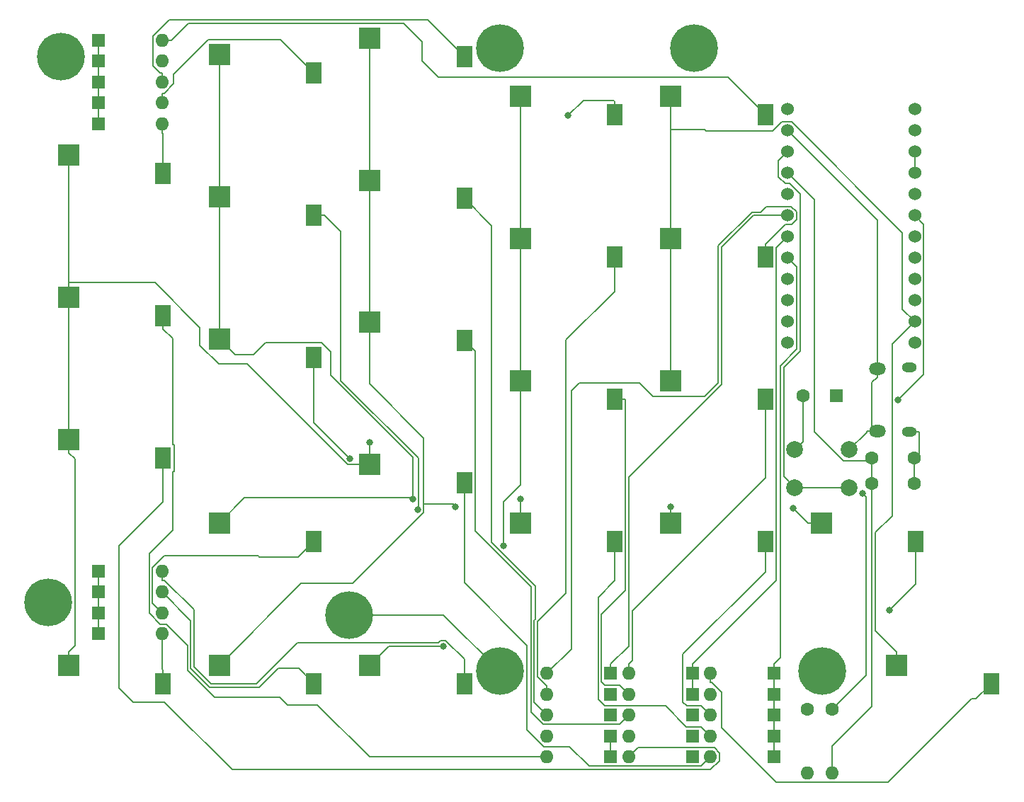
<source format=gbl>
%TF.GenerationSoftware,KiCad,Pcbnew,(5.99.0-12766-g4a3658027e)*%
%TF.CreationDate,2021-12-04T14:11:10+09:00*%
%TF.ProjectId,left,6c656674-2e6b-4696-9361-645f70636258,rev?*%
%TF.SameCoordinates,Original*%
%TF.FileFunction,Copper,L2,Bot*%
%TF.FilePolarity,Positive*%
%FSLAX46Y46*%
G04 Gerber Fmt 4.6, Leading zero omitted, Abs format (unit mm)*
G04 Created by KiCad (PCBNEW (5.99.0-12766-g4a3658027e)) date 2021-12-04 14:11:10*
%MOMM*%
%LPD*%
G01*
G04 APERTURE LIST*
%TA.AperFunction,ComponentPad*%
%ADD10R,1.600000X1.600000*%
%TD*%
%TA.AperFunction,ComponentPad*%
%ADD11O,1.600000X1.600000*%
%TD*%
%TA.AperFunction,SMDPad,CuDef*%
%ADD12R,2.600000X2.600000*%
%TD*%
%TA.AperFunction,SMDPad,CuDef*%
%ADD13R,1.950000X2.600000*%
%TD*%
%TA.AperFunction,ComponentPad*%
%ADD14C,1.600000*%
%TD*%
%TA.AperFunction,ComponentPad*%
%ADD15C,2.000000*%
%TD*%
%TA.AperFunction,ComponentPad*%
%ADD16C,1.524000*%
%TD*%
%TA.AperFunction,ComponentPad*%
%ADD17C,5.700000*%
%TD*%
%TA.AperFunction,ComponentPad*%
%ADD18O,1.800000X1.150000*%
%TD*%
%TA.AperFunction,ComponentPad*%
%ADD19O,2.000000X1.450000*%
%TD*%
%TA.AperFunction,ViaPad*%
%ADD20C,0.800000*%
%TD*%
%TA.AperFunction,Conductor*%
%ADD21C,0.200000*%
%TD*%
G04 APERTURE END LIST*
D10*
%TO.P,D21,1,K*%
%TO.N,/lrow1*%
X86500000Y-96750000D03*
D11*
%TO.P,D21,2,A*%
%TO.N,Net-(D21-Pad2)*%
X78880000Y-96750000D03*
%TD*%
D10*
%TO.P,D13,1,K*%
%TO.N,/lrow2*%
X96250000Y-101750000D03*
D11*
%TO.P,D13,2,A*%
%TO.N,Net-(D13-Pad2)*%
X88630000Y-101750000D03*
%TD*%
D12*
%TO.P,SW21,1,1*%
%TO.N,/lcol4*%
X93700000Y-44750000D03*
D13*
%TO.P,SW21,2,2*%
%TO.N,Net-(D21-Pad2)*%
X105000000Y-46950000D03*
%TD*%
D14*
%TO.P,R1,1*%
%TO.N,/lSCL*%
X110000000Y-101000000D03*
D11*
%TO.P,R1,2*%
%TO.N,+5V*%
X110000000Y-108620000D03*
%TD*%
D12*
%TO.P,SW18,1,1*%
%TO.N,/lcol3*%
X75700000Y-61750000D03*
D13*
%TO.P,SW18,2,2*%
%TO.N,Net-(D18-Pad2)*%
X87000000Y-63950000D03*
%TD*%
D15*
%TO.P,SW47,1,1*%
%TO.N,/lRST*%
X115000000Y-74500000D03*
X108500000Y-74500000D03*
%TO.P,SW47,2,2*%
%TO.N,GND*%
X108500000Y-70000000D03*
X115000000Y-70000000D03*
%TD*%
D10*
%TO.P,D4,1,K*%
%TO.N,/lrow3*%
X106000000Y-106750000D03*
D11*
%TO.P,D4,2,A*%
%TO.N,Net-(D4-Pad2)*%
X98380000Y-106750000D03*
%TD*%
D12*
%TO.P,SW8,1,1*%
%TO.N,/lcol1*%
X39700000Y-56750000D03*
D13*
%TO.P,SW8,2,2*%
%TO.N,Net-(D8-Pad2)*%
X51000000Y-58950000D03*
%TD*%
D12*
%TO.P,SW14,1,1*%
%TO.N,/lcol2*%
X93700000Y-78750000D03*
D13*
%TO.P,SW14,2,2*%
%TO.N,Net-(D14-Pad2)*%
X105000000Y-80950000D03*
%TD*%
D12*
%TO.P,SW9,1,1*%
%TO.N,/lcol1*%
X75700000Y-78750000D03*
D13*
%TO.P,SW9,2,2*%
%TO.N,Net-(D9-Pad2)*%
X87000000Y-80950000D03*
%TD*%
D12*
%TO.P,SW11,1,1*%
%TO.N,/lcol2*%
X57700000Y-20750000D03*
D13*
%TO.P,SW11,2,2*%
%TO.N,Net-(D11-Pad2)*%
X69000000Y-22950000D03*
%TD*%
D10*
%TO.P,D8,1,K*%
%TO.N,/lrow2*%
X96250000Y-104250000D03*
D11*
%TO.P,D8,2,A*%
%TO.N,Net-(D8-Pad2)*%
X88630000Y-104250000D03*
%TD*%
D12*
%TO.P,SW19,1,1*%
%TO.N,/lcol3*%
X111700000Y-78750000D03*
D13*
%TO.P,SW19,2,2*%
%TO.N,Net-(D19-Pad2)*%
X123000000Y-80950000D03*
%TD*%
D12*
%TO.P,SW17,1,1*%
%TO.N,/lcol3*%
X75700000Y-44750000D03*
D13*
%TO.P,SW17,2,2*%
%TO.N,Net-(D17-Pad2)*%
X87000000Y-46950000D03*
%TD*%
D10*
%TO.P,D6,1,K*%
%TO.N,/lrow0*%
X25250000Y-28500000D03*
D11*
%TO.P,D6,2,A*%
%TO.N,Net-(D6-Pad2)*%
X32870000Y-28500000D03*
%TD*%
D12*
%TO.P,SW5,1,1*%
%TO.N,/lcol0*%
X21700000Y-95750000D03*
D13*
%TO.P,SW5,2,2*%
%TO.N,Net-(D5-Pad2)*%
X33000000Y-97950000D03*
%TD*%
D12*
%TO.P,SW4,1,1*%
%TO.N,/lcol0*%
X57700000Y-71750000D03*
D13*
%TO.P,SW4,2,2*%
%TO.N,Net-(D4-Pad2)*%
X69000000Y-73950000D03*
%TD*%
D12*
%TO.P,SW15,1,1*%
%TO.N,/lcol2*%
X39700000Y-95750000D03*
D13*
%TO.P,SW15,2,2*%
%TO.N,Net-(D15-Pad2)*%
X51000000Y-97950000D03*
%TD*%
D10*
%TO.P,D23,1,K*%
%TO.N,/lrow3*%
X106000000Y-96750000D03*
D11*
%TO.P,D23,2,A*%
%TO.N,Net-(D23-Pad2)*%
X98380000Y-96750000D03*
%TD*%
D10*
%TO.P,D2,1,K*%
%TO.N,/lrow1*%
X86500000Y-106750000D03*
D11*
%TO.P,D2,2,A*%
%TO.N,Net-(D2-Pad2)*%
X78880000Y-106750000D03*
%TD*%
D10*
%TO.P,D3,1,K*%
%TO.N,/lrow2*%
X96250000Y-106750000D03*
D11*
%TO.P,D3,2,A*%
%TO.N,Net-(D3-Pad2)*%
X88630000Y-106750000D03*
%TD*%
D10*
%TO.P,D10,1,K*%
%TO.N,/lrow4*%
X25250000Y-89500000D03*
D11*
%TO.P,D10,2,A*%
%TO.N,Net-(D10-Pad2)*%
X32870000Y-89500000D03*
%TD*%
D12*
%TO.P,SW12,1,1*%
%TO.N,/lcol2*%
X57700000Y-37750000D03*
D13*
%TO.P,SW12,2,2*%
%TO.N,Net-(D12-Pad2)*%
X69000000Y-39950000D03*
%TD*%
D10*
%TO.P,D5,1,K*%
%TO.N,/lrow4*%
X25250000Y-92000000D03*
D11*
%TO.P,D5,2,A*%
%TO.N,Net-(D5-Pad2)*%
X32870000Y-92000000D03*
%TD*%
D12*
%TO.P,SW6,1,1*%
%TO.N,/lcol1*%
X39700000Y-22750000D03*
D13*
%TO.P,SW6,2,2*%
%TO.N,Net-(D6-Pad2)*%
X51000000Y-24950000D03*
%TD*%
D10*
%TO.P,D12,1,K*%
%TO.N,/lrow1*%
X86500000Y-101750000D03*
D11*
%TO.P,D12,2,A*%
%TO.N,Net-(D12-Pad2)*%
X78880000Y-101750000D03*
%TD*%
D10*
%TO.P,D20,1,K*%
%TO.N,/lrow0*%
X25250000Y-21000000D03*
D11*
%TO.P,D20,2,A*%
%TO.N,Net-(D20-Pad2)*%
X32870000Y-21000000D03*
%TD*%
D14*
%TO.P,R2,1*%
%TO.N,/lSDA*%
X113000000Y-101000000D03*
D11*
%TO.P,R2,2*%
%TO.N,+5V*%
X113000000Y-108620000D03*
%TD*%
D10*
%TO.P,D9,1,K*%
%TO.N,/lrow3*%
X106000000Y-104250000D03*
D11*
%TO.P,D9,2,A*%
%TO.N,Net-(D9-Pad2)*%
X98380000Y-104250000D03*
%TD*%
D10*
%TO.P,D18,1,K*%
%TO.N,/lrow2*%
X96250000Y-99250000D03*
D11*
%TO.P,D18,2,A*%
%TO.N,Net-(D18-Pad2)*%
X88630000Y-99250000D03*
%TD*%
D10*
%TO.P,D17,1,K*%
%TO.N,/lrow1*%
X86500000Y-99250000D03*
D11*
%TO.P,D17,2,A*%
%TO.N,Net-(D17-Pad2)*%
X78880000Y-99250000D03*
%TD*%
D10*
%TO.P,D15,1,K*%
%TO.N,/lrow4*%
X25250000Y-87000000D03*
D11*
%TO.P,D15,2,A*%
%TO.N,Net-(D15-Pad2)*%
X32870000Y-87000000D03*
%TD*%
D16*
%TO.P,U1,1,TX0/D3*%
%TO.N,/lLED*%
X122861400Y-29272000D03*
%TO.P,U1,2,RX1/D2*%
%TO.N,unconnected-(U1-Pad2)*%
X122861400Y-31812000D03*
%TO.P,U1,3,GND*%
%TO.N,GND*%
X122861400Y-34352000D03*
%TO.P,U1,4,GND*%
X122861400Y-36892000D03*
%TO.P,U1,5,2/D1/SDA*%
%TO.N,/lSDA*%
X122861400Y-39432000D03*
%TO.P,U1,6,3/D0/SCL*%
%TO.N,/lSCL*%
X122861400Y-41972000D03*
%TO.P,U1,7,4/D4*%
%TO.N,/lcol0*%
X122861400Y-44512000D03*
%TO.P,U1,8,5/C6*%
%TO.N,/lcol1*%
X122861400Y-47052000D03*
%TO.P,U1,9,6/D7*%
%TO.N,/lcol2*%
X122861400Y-49592000D03*
%TO.P,U1,10,7/E6*%
%TO.N,/lcol3*%
X122861400Y-52132000D03*
%TO.P,U1,11,8/B4*%
%TO.N,/lcol4*%
X122861400Y-54672000D03*
%TO.P,U1,12,9/B5*%
%TO.N,/lbuzzer*%
X122861400Y-57212000D03*
%TO.P,U1,13,B6/10*%
%TO.N,unconnected-(U1-Pad13)*%
X107641400Y-57212000D03*
%TO.P,U1,14,B2/16*%
%TO.N,unconnected-(U1-Pad14)*%
X107641400Y-54672000D03*
%TO.P,U1,15,B3/14*%
%TO.N,unconnected-(U1-Pad15)*%
X107641400Y-52132000D03*
%TO.P,U1,16,B1/15*%
%TO.N,/lrow4*%
X107641400Y-49592000D03*
%TO.P,U1,17,F7/A0*%
%TO.N,/lrow3*%
X107641400Y-47052000D03*
%TO.P,U1,18,F6/A1*%
%TO.N,/lrow2*%
X107641400Y-44512000D03*
%TO.P,U1,19,F5/A2*%
%TO.N,/lrow1*%
X107641400Y-41972000D03*
%TO.P,U1,20,F4/A3*%
%TO.N,/lrow0*%
X107641400Y-39432000D03*
%TO.P,U1,21,VCC*%
%TO.N,+5V*%
X107641400Y-36892000D03*
%TO.P,U1,22,RST*%
%TO.N,/lRST*%
X107641400Y-34352000D03*
%TO.P,U1,23,GND*%
%TO.N,GND*%
X107641400Y-31812000D03*
%TO.P,U1,24,RAW*%
%TO.N,unconnected-(U1-Pad24)*%
X107641400Y-29272000D03*
%TD*%
D12*
%TO.P,SW23,1,1*%
%TO.N,/lcol4*%
X120700000Y-95750000D03*
D13*
%TO.P,SW23,2,2*%
%TO.N,Net-(D23-Pad2)*%
X132000000Y-97950000D03*
%TD*%
D12*
%TO.P,SW13,1,1*%
%TO.N,/lcol2*%
X57700000Y-54750000D03*
D13*
%TO.P,SW13,2,2*%
%TO.N,Net-(D13-Pad2)*%
X69000000Y-56950000D03*
%TD*%
D12*
%TO.P,SW7,1,1*%
%TO.N,/lcol1*%
X39700000Y-39750000D03*
D13*
%TO.P,SW7,2,2*%
%TO.N,Net-(D7-Pad2)*%
X51000000Y-41950000D03*
%TD*%
D12*
%TO.P,SW20,1,1*%
%TO.N,/lcol4*%
X93700000Y-27750000D03*
D13*
%TO.P,SW20,2,2*%
%TO.N,Net-(D20-Pad2)*%
X105000000Y-29950000D03*
%TD*%
D10*
%TO.P,D22,1,K*%
%TO.N,/lrow2*%
X96250000Y-96750000D03*
D11*
%TO.P,D22,2,A*%
%TO.N,Net-(D22-Pad2)*%
X88630000Y-96750000D03*
%TD*%
D12*
%TO.P,SW1,1,1*%
%TO.N,/lcol0*%
X21700000Y-34750000D03*
D13*
%TO.P,SW1,2,2*%
%TO.N,Net-(D1-Pad2)*%
X33000000Y-36950000D03*
%TD*%
D10*
%TO.P,D14,1,K*%
%TO.N,/lrow3*%
X106000000Y-101750000D03*
D11*
%TO.P,D14,2,A*%
%TO.N,Net-(D14-Pad2)*%
X98380000Y-101750000D03*
%TD*%
D12*
%TO.P,SW2,1,1*%
%TO.N,/lcol0*%
X21700000Y-51750000D03*
D13*
%TO.P,SW2,2,2*%
%TO.N,Net-(D2-Pad2)*%
X33000000Y-53950000D03*
%TD*%
D10*
%TO.P,D11,1,K*%
%TO.N,/lrow0*%
X25250000Y-26000000D03*
D11*
%TO.P,D11,2,A*%
%TO.N,Net-(D11-Pad2)*%
X32870000Y-26000000D03*
%TD*%
D12*
%TO.P,SW16,1,1*%
%TO.N,/lcol3*%
X75700000Y-27750000D03*
D13*
%TO.P,SW16,2,2*%
%TO.N,Net-(D16-Pad2)*%
X87000000Y-29950000D03*
%TD*%
D10*
%TO.P,D7,1,K*%
%TO.N,/lrow1*%
X86500000Y-104250000D03*
D11*
%TO.P,D7,2,A*%
%TO.N,Net-(D7-Pad2)*%
X78880000Y-104250000D03*
%TD*%
D10*
%TO.P,D1,1,K*%
%TO.N,/lrow0*%
X25250000Y-31000000D03*
D11*
%TO.P,D1,2,A*%
%TO.N,Net-(D1-Pad2)*%
X32870000Y-31000000D03*
%TD*%
D12*
%TO.P,SW22,1,1*%
%TO.N,/lcol4*%
X93700000Y-61750000D03*
D13*
%TO.P,SW22,2,2*%
%TO.N,Net-(D22-Pad2)*%
X105000000Y-63950000D03*
%TD*%
D10*
%TO.P,D16,1,K*%
%TO.N,/lrow0*%
X25250000Y-23500000D03*
D11*
%TO.P,D16,2,A*%
%TO.N,Net-(D16-Pad2)*%
X32870000Y-23500000D03*
%TD*%
D12*
%TO.P,SW3,1,1*%
%TO.N,/lcol0*%
X21700000Y-68750000D03*
D13*
%TO.P,SW3,2,2*%
%TO.N,Net-(D3-Pad2)*%
X33000000Y-70950000D03*
%TD*%
D10*
%TO.P,D19,1,K*%
%TO.N,/lrow3*%
X106000000Y-99250000D03*
D11*
%TO.P,D19,2,A*%
%TO.N,Net-(D19-Pad2)*%
X98380000Y-99250000D03*
%TD*%
D12*
%TO.P,SW10,1,1*%
%TO.N,/lcol1*%
X39700000Y-78750000D03*
D13*
%TO.P,SW10,2,2*%
%TO.N,Net-(D10-Pad2)*%
X51000000Y-80950000D03*
%TD*%
D17*
%TO.P,H4,1,1*%
%TO.N,GND*%
X96500000Y-22000000D03*
%TD*%
D18*
%TO.P,J1,6,Shield*%
%TO.N,GND*%
X122200000Y-67875000D03*
D19*
X118400000Y-60275000D03*
X118400000Y-67725000D03*
D18*
X122200000Y-60125000D03*
%TD*%
D12*
%TO.P,SW49,1,1*%
%TO.N,/lcol3*%
X57700000Y-95750000D03*
D13*
%TO.P,SW49,2,2*%
%TO.N,Net-(D47-Pad2)*%
X69000000Y-97950000D03*
%TD*%
D17*
%TO.P,H2,1,1*%
%TO.N,GND*%
X19250000Y-88250000D03*
%TD*%
%TO.P,H1,1,1*%
%TO.N,GND*%
X55250000Y-89750000D03*
%TD*%
D10*
%TO.P,D47,1,K*%
%TO.N,/lrow4*%
X25250000Y-84500000D03*
D11*
%TO.P,D47,2,A*%
%TO.N,Net-(D47-Pad2)*%
X32870000Y-84500000D03*
%TD*%
D17*
%TO.P,H8,1,1*%
%TO.N,GND*%
X20750000Y-23000000D03*
%TD*%
D10*
%TO.P,BZ1,1,-*%
%TO.N,/lbuzzer*%
X113500000Y-63500000D03*
D14*
%TO.P,BZ1,2,+*%
%TO.N,GND*%
X109500000Y-63500000D03*
%TD*%
D17*
%TO.P,H6,1,1*%
%TO.N,GND*%
X111750000Y-96500000D03*
%TD*%
%TO.P,H5,1,1*%
%TO.N,GND*%
X73250000Y-22000000D03*
%TD*%
%TO.P,H7,1,1*%
%TO.N,GND*%
X73250000Y-96500000D03*
%TD*%
D14*
%TO.P,C1,1*%
%TO.N,+5V*%
X117750000Y-71000000D03*
%TO.P,C1,2*%
%TO.N,GND*%
X122750000Y-71000000D03*
%TD*%
%TO.P,C2,1*%
%TO.N,+5V*%
X117750000Y-74000000D03*
%TO.P,C2,2*%
%TO.N,GND*%
X122750000Y-74000000D03*
%TD*%
D20*
%TO.N,Net-(D7-Pad2)*%
X63451400Y-77178900D03*
%TO.N,Net-(D8-Pad2)*%
X55318000Y-71034800D03*
%TO.N,Net-(D16-Pad2)*%
X81403300Y-30026700D03*
%TO.N,Net-(D19-Pad2)*%
X119815700Y-89220600D03*
%TO.N,/lSDA*%
X116600100Y-75180400D03*
%TO.N,/lSCL*%
X120873400Y-64000000D03*
%TO.N,/lcol0*%
X57700000Y-69088400D03*
%TO.N,/lcol1*%
X75700000Y-75850800D03*
X62824100Y-75850800D03*
%TO.N,/lcol2*%
X67962800Y-76823600D03*
X93700000Y-76823600D03*
%TO.N,/lcol3*%
X73667500Y-81511600D03*
X108334500Y-76984800D03*
X66477400Y-93525000D03*
%TD*%
D21*
%TO.N,GND*%
X122750000Y-71000000D02*
X123400300Y-70349700D01*
X117099700Y-67725000D02*
X117099700Y-67900300D01*
X122750000Y-74000000D02*
X122750000Y-71000000D01*
X66500000Y-89750000D02*
X73250000Y-96500000D01*
X109500000Y-63500000D02*
X109500000Y-69000000D01*
X117749900Y-61950400D02*
X118400000Y-61300300D01*
X118400000Y-42570600D02*
X107641400Y-31812000D01*
X122200000Y-67875000D02*
X123400300Y-67875000D01*
X118400000Y-60275000D02*
X118400000Y-42570600D01*
X122861400Y-36892000D02*
X122861400Y-34352000D01*
X123400300Y-70349700D02*
X123400300Y-67875000D01*
X118400000Y-67725000D02*
X117749900Y-67725000D01*
X109500000Y-69000000D02*
X108500000Y-70000000D01*
X117749900Y-67725000D02*
X117749900Y-61950400D01*
X117749900Y-67725000D02*
X117099700Y-67725000D01*
X117099700Y-67900300D02*
X115000000Y-70000000D01*
X118400000Y-60275000D02*
X118400000Y-61300300D01*
X55250000Y-89750000D02*
X66500000Y-89750000D01*
%TO.N,+5V*%
X113000000Y-108620000D02*
X113000000Y-105411800D01*
X114312500Y-71312500D02*
X110847500Y-67847500D01*
X113000000Y-105411800D02*
X117750000Y-100661800D01*
X117750000Y-71312500D02*
X117750000Y-71000000D01*
X117750000Y-100661800D02*
X117750000Y-74000000D01*
X110847500Y-40098100D02*
X107641400Y-36892000D01*
X117750000Y-74000000D02*
X117750000Y-71312500D01*
X117750000Y-71312500D02*
X114312500Y-71312500D01*
X110847500Y-67847500D02*
X110847500Y-40098100D01*
%TO.N,Net-(D1-Pad2)*%
X32870000Y-32100300D02*
X33000000Y-32230300D01*
X33000000Y-32230300D02*
X33000000Y-36950000D01*
X32870000Y-31000000D02*
X32870000Y-32100300D01*
%TO.N,/lrow1*%
X86500000Y-95649700D02*
X88675700Y-93474000D01*
X99750000Y-62162600D02*
X99750000Y-45750000D01*
X103528000Y-41972000D02*
X107641400Y-41972000D01*
X99750000Y-45750000D02*
X103528000Y-41972000D01*
X88675700Y-93474000D02*
X88675700Y-73236900D01*
X86500000Y-106750000D02*
X86500000Y-104250000D01*
X88675700Y-73236900D02*
X99750000Y-62162600D01*
X86500000Y-96750000D02*
X86500000Y-95649700D01*
%TO.N,Net-(D2-Pad2)*%
X51455000Y-100499600D02*
X57705400Y-106750000D01*
X34141800Y-72549511D02*
X34141800Y-79578000D01*
X32649900Y-90890800D02*
X33367400Y-90890800D01*
X33367400Y-90890800D02*
X35884479Y-93407879D01*
X31322300Y-89563200D02*
X32649900Y-90890800D01*
X35884479Y-96384479D02*
X39100100Y-99600100D01*
X46965200Y-99600100D02*
X47864700Y-100499600D01*
X34274511Y-72549511D02*
X34141800Y-72549511D01*
X57705400Y-106750000D02*
X78880000Y-106750000D01*
X35884479Y-93407879D02*
X35884479Y-96384479D01*
X31322300Y-82397500D02*
X31322300Y-89563200D01*
X34141800Y-56692100D02*
X34141800Y-69350489D01*
X34274511Y-69350489D02*
X34274511Y-72549511D01*
X33000000Y-55550300D02*
X34141800Y-56692100D01*
X47864700Y-100499600D02*
X51455000Y-100499600D01*
X33000000Y-53950000D02*
X33000000Y-55550300D01*
X34141800Y-79578000D02*
X31322300Y-82397500D01*
X34141800Y-69350489D02*
X34274511Y-69350489D01*
X39100100Y-99600100D02*
X46965200Y-99600100D01*
%TO.N,/lrow2*%
X106285600Y-45867800D02*
X107641400Y-44512000D01*
X106285600Y-85614100D02*
X106285600Y-45867800D01*
X96250000Y-95649700D02*
X106285600Y-85614100D01*
X96250000Y-96750000D02*
X96250000Y-95649700D01*
X96250000Y-99250000D02*
X96250000Y-96750000D01*
%TO.N,Net-(D3-Pad2)*%
X27750000Y-98500000D02*
X29400200Y-100150200D01*
X89730400Y-105649600D02*
X88630000Y-106750000D01*
X33000000Y-70950000D02*
X33000000Y-76227900D01*
X98899600Y-105649600D02*
X89730400Y-105649600D01*
X99498000Y-107221400D02*
X99498000Y-106248000D01*
X41290700Y-108276200D02*
X98443200Y-108276200D01*
X33164700Y-100150200D02*
X41290700Y-108276200D01*
X99498000Y-106248000D02*
X98899600Y-105649600D01*
X33000000Y-76227900D02*
X27750000Y-81477900D01*
X29400200Y-100150200D02*
X33164700Y-100150200D01*
X27750000Y-81477900D02*
X27750000Y-98500000D01*
X98443200Y-108276200D02*
X99498000Y-107221400D01*
%TO.N,/lrow3*%
X106000000Y-96750000D02*
X106000000Y-95649700D01*
X106000000Y-99250000D02*
X106000000Y-96750000D01*
X106000000Y-95649700D02*
X106785700Y-94864000D01*
X106000000Y-101750000D02*
X106000000Y-99250000D01*
X106000000Y-101750000D02*
X106000000Y-104250000D01*
X108738400Y-57981500D02*
X108738400Y-48149000D01*
X108738400Y-48149000D02*
X107641400Y-47052000D01*
X106785700Y-59934200D02*
X108738400Y-57981500D01*
X106785700Y-94864000D02*
X106785700Y-59934200D01*
X106000000Y-104250000D02*
X106000000Y-106750000D01*
%TO.N,Net-(D4-Pad2)*%
X78535700Y-105500000D02*
X81562600Y-105500000D01*
X76497000Y-93375500D02*
X76497000Y-103461300D01*
X69000000Y-85878500D02*
X76497000Y-93375500D01*
X76497000Y-103461300D02*
X78535700Y-105500000D01*
X69000000Y-73950000D02*
X69000000Y-85878500D01*
X83913000Y-107850400D02*
X97279600Y-107850400D01*
X97279600Y-107850400D02*
X98380000Y-106750000D01*
X81562600Y-105500000D02*
X83913000Y-107850400D01*
%TO.N,/lrow4*%
X25250000Y-89500000D02*
X25250000Y-92000000D01*
X25250000Y-87000000D02*
X25250000Y-89500000D01*
X25250000Y-84500000D02*
X25250000Y-87000000D01*
%TO.N,Net-(D5-Pad2)*%
X32870000Y-96219700D02*
X33000000Y-96349700D01*
X33000000Y-97950000D02*
X33000000Y-96349700D01*
X32870000Y-92000000D02*
X32870000Y-96219700D01*
%TO.N,/lrow0*%
X25250000Y-31000000D02*
X25250000Y-28500000D01*
X25250000Y-23500000D02*
X25250000Y-26000000D01*
X25250000Y-23500000D02*
X25250000Y-21000000D01*
X25250000Y-26000000D02*
X25250000Y-28500000D01*
%TO.N,Net-(D6-Pad2)*%
X32870000Y-28500000D02*
X32870000Y-27399700D01*
X47028500Y-20978500D02*
X38408200Y-20978500D01*
X33098000Y-27399700D02*
X32870000Y-27399700D01*
X51000000Y-24950000D02*
X47028500Y-20978500D01*
X34269600Y-25117100D02*
X34269600Y-26228100D01*
X34269600Y-26228100D02*
X33098000Y-27399700D01*
X38408200Y-20978500D02*
X34269600Y-25117100D01*
%TO.N,Net-(D7-Pad2)*%
X51000000Y-41950000D02*
X52275300Y-41950000D01*
X54249600Y-61727900D02*
X54249600Y-43924300D01*
X63537100Y-71015400D02*
X54249600Y-61727900D01*
X63537100Y-77093200D02*
X63537100Y-71015400D01*
X63451400Y-77178900D02*
X63537100Y-77093200D01*
X54249600Y-43924300D02*
X52275300Y-41950000D01*
%TO.N,Net-(D8-Pad2)*%
X51000000Y-66716800D02*
X55318000Y-71034800D01*
X51000000Y-58950000D02*
X51000000Y-66716800D01*
%TO.N,Net-(D9-Pad2)*%
X95542300Y-103149600D02*
X93042300Y-100649600D01*
X87000000Y-85644700D02*
X87000000Y-80950000D01*
X98380000Y-104250000D02*
X97279600Y-103149600D01*
X97279600Y-103149600D02*
X95542300Y-103149600D01*
X93042300Y-100649600D02*
X85798700Y-100649600D01*
X85798700Y-100649600D02*
X84999200Y-99850100D01*
X84999200Y-99850100D02*
X84999200Y-87645500D01*
X84999200Y-87645500D02*
X87000000Y-85644700D01*
%TO.N,Net-(D10-Pad2)*%
X44462400Y-82808600D02*
X44348800Y-82695000D01*
X33111400Y-82695000D02*
X31723700Y-84082700D01*
X44348800Y-82695000D02*
X33111400Y-82695000D01*
X51000000Y-80950000D02*
X49141400Y-82808600D01*
X31723700Y-84082700D02*
X31723700Y-88353700D01*
X49141400Y-82808600D02*
X44462400Y-82808600D01*
X31723700Y-88353700D02*
X32870000Y-89500000D01*
%TO.N,Net-(D11-Pad2)*%
X31752400Y-20517700D02*
X33709700Y-18560400D01*
X64610400Y-18560400D02*
X69000000Y-22950000D01*
X32870000Y-24899700D02*
X32594900Y-24899700D01*
X32594900Y-24899700D02*
X31752400Y-24057200D01*
X32870000Y-26000000D02*
X32870000Y-24899700D01*
X33709700Y-18560400D02*
X64610400Y-18560400D01*
X31752400Y-24057200D02*
X31752400Y-20517700D01*
%TO.N,Net-(D12-Pad2)*%
X77457100Y-90297206D02*
X77457100Y-86291700D01*
X77350490Y-90403816D02*
X77457100Y-90297206D01*
X72249600Y-43199600D02*
X69000000Y-39950000D01*
X78880000Y-101750000D02*
X77350490Y-100220490D01*
X77350490Y-100220490D02*
X77350490Y-90403816D01*
X72249600Y-81084200D02*
X72249600Y-43199600D01*
X77457100Y-86291700D02*
X72249600Y-81084200D01*
%TO.N,Net-(D13-Pad2)*%
X70275300Y-58225300D02*
X69000000Y-56950000D01*
X78424567Y-102849511D02*
X76950980Y-101375924D01*
X76950980Y-86351680D02*
X70275300Y-79676000D01*
X88630000Y-101750000D02*
X87530489Y-102849511D01*
X76950980Y-101375924D02*
X76950980Y-86351680D01*
X87530489Y-102849511D02*
X78424567Y-102849511D01*
X70275300Y-79676000D02*
X70275300Y-58225300D01*
%TO.N,Net-(D14-Pad2)*%
X95570600Y-100649600D02*
X97279600Y-100649600D01*
X97279600Y-100649600D02*
X98380000Y-101750000D01*
X95145400Y-100224400D02*
X95570600Y-100649600D01*
X105000000Y-80950000D02*
X105000000Y-84571700D01*
X95145400Y-94426300D02*
X95145400Y-100224400D01*
X105000000Y-84571700D02*
X95145400Y-94426300D01*
%TO.N,Net-(D15-Pad2)*%
X38584516Y-98399510D02*
X36283989Y-96098983D01*
X51000000Y-97950000D02*
X49202600Y-96152600D01*
X36283989Y-96098983D02*
X36283989Y-90413989D01*
X36283989Y-90413989D02*
X32870000Y-87000000D01*
X44482990Y-98399510D02*
X38584516Y-98399510D01*
X49202600Y-96152600D02*
X46729900Y-96152600D01*
X46729900Y-96152600D02*
X44482990Y-98399510D01*
%TO.N,Net-(D16-Pad2)*%
X86846000Y-28195700D02*
X83234300Y-28195700D01*
X83234300Y-28195700D02*
X81403300Y-30026700D01*
X87000000Y-28349700D02*
X86846000Y-28195700D01*
X87000000Y-29950000D02*
X87000000Y-28349700D01*
%TO.N,Net-(D17-Pad2)*%
X87000000Y-46950000D02*
X87000000Y-51048100D01*
X77750000Y-97176800D02*
X78722900Y-98149700D01*
X81172600Y-87146700D02*
X77750000Y-90569300D01*
X87000000Y-51048100D02*
X81172600Y-56875500D01*
X78880000Y-98149700D02*
X78880000Y-99250000D01*
X78722900Y-98149700D02*
X78880000Y-98149700D01*
X81172600Y-56875500D02*
X81172600Y-87146700D01*
X77750000Y-90569300D02*
X77750000Y-97176800D01*
%TO.N,Net-(D18-Pad2)*%
X88630000Y-99250000D02*
X87529600Y-98149600D01*
X88275300Y-86784100D02*
X88275300Y-63950000D01*
X85798900Y-98149600D02*
X85399600Y-97750300D01*
X85399600Y-89659800D02*
X88275300Y-86784100D01*
X87000000Y-63950000D02*
X88275300Y-63950000D01*
X85399600Y-97750300D02*
X85399600Y-89659800D01*
X87529600Y-98149600D02*
X85798900Y-98149600D01*
%TO.N,Net-(D19-Pad2)*%
X123000000Y-86036300D02*
X123000000Y-80950000D01*
X119815700Y-89220600D02*
X123000000Y-86036300D01*
%TO.N,Net-(D20-Pad2)*%
X63945900Y-23510300D02*
X65890600Y-25455000D01*
X63945900Y-21188100D02*
X63945900Y-23510300D01*
X65890600Y-25455000D02*
X100505000Y-25455000D01*
X33970300Y-21000000D02*
X36006400Y-18963900D01*
X32870000Y-21000000D02*
X33970300Y-21000000D01*
X36006400Y-18963900D02*
X61721700Y-18963900D01*
X61721700Y-18963900D02*
X63945900Y-21188100D01*
X100505000Y-25455000D02*
X105000000Y-29950000D01*
%TO.N,Net-(D21-Pad2)*%
X81821200Y-93808800D02*
X78880000Y-96750000D01*
X108738300Y-42470800D02*
X108738300Y-41553300D01*
X108738300Y-41553300D02*
X108076700Y-40891700D01*
X89900000Y-62000000D02*
X82750000Y-62000000D01*
X105000000Y-45450000D02*
X107386600Y-43063400D01*
X105108300Y-40891700D02*
X104427510Y-41572490D01*
X97724800Y-63621500D02*
X91521500Y-63621500D01*
X107386600Y-43063400D02*
X108145700Y-43063400D01*
X99350489Y-45584518D02*
X99350489Y-61995811D01*
X104427510Y-41572490D02*
X103362516Y-41572490D01*
X108145700Y-43063400D02*
X108738300Y-42470800D01*
X82750000Y-62000000D02*
X81821200Y-62928800D01*
X81821200Y-62928800D02*
X81821200Y-93808800D01*
X91521500Y-63621500D02*
X89900000Y-62000000D01*
X105000000Y-46950000D02*
X105000000Y-45450000D01*
X108076700Y-40891700D02*
X105108300Y-40891700D01*
X103362516Y-41572490D02*
X99350489Y-45584518D01*
X99350489Y-61995811D02*
X97724800Y-63621500D01*
%TO.N,Net-(D22-Pad2)*%
X89085900Y-89305700D02*
X89085900Y-95193800D01*
X89085900Y-95193800D02*
X88630000Y-95649700D01*
X88630000Y-96750000D02*
X88630000Y-95649700D01*
X105000000Y-73391600D02*
X89085900Y-89305700D01*
X105000000Y-63950000D02*
X105000000Y-73391600D01*
%TO.N,Net-(D23-Pad2)*%
X129635600Y-99800400D02*
X119692300Y-109743700D01*
X98380000Y-97850300D02*
X98380000Y-96750000D01*
X132000000Y-97950000D02*
X130149600Y-99800400D01*
X99779600Y-99021900D02*
X98608000Y-97850300D01*
X119692300Y-109743700D02*
X106243700Y-109743700D01*
X130149600Y-99800400D02*
X129635600Y-99800400D01*
X99779600Y-103279600D02*
X99779600Y-99021900D01*
X98608000Y-97850300D02*
X98380000Y-97850300D01*
X106243700Y-109743700D02*
X99779600Y-103279600D01*
%TO.N,/lSDA*%
X113000000Y-101000000D02*
X117018000Y-96982000D01*
X117018000Y-75598300D02*
X116600100Y-75180400D01*
X117018000Y-96982000D02*
X117018000Y-75598300D01*
%TO.N,/lSCL*%
X123923800Y-43034400D02*
X123923800Y-60949600D01*
X122861400Y-41972000D02*
X123923800Y-43034400D01*
X123923800Y-60949600D02*
X120873400Y-64000000D01*
%TO.N,/lcol0*%
X21700000Y-49986300D02*
X21700000Y-36350300D01*
X22449800Y-93399900D02*
X21700000Y-94149700D01*
X37384900Y-57476600D02*
X39643300Y-59735000D01*
X31986300Y-49986300D02*
X37384900Y-55384900D01*
X21700000Y-51750000D02*
X21700000Y-49986300D01*
X22449800Y-71100100D02*
X22449800Y-93399900D01*
X21700000Y-68750000D02*
X21700000Y-51750000D01*
X39643300Y-59735000D02*
X43019600Y-59735000D01*
X55034600Y-71750000D02*
X57700000Y-71750000D01*
X57700000Y-71750000D02*
X57700000Y-69088400D01*
X21700000Y-68750000D02*
X21700000Y-70350300D01*
X37384900Y-55384900D02*
X37384900Y-57476600D01*
X43019600Y-59735000D02*
X55034600Y-71750000D01*
X21700000Y-95750000D02*
X21700000Y-94149700D01*
X21700000Y-49986300D02*
X31986300Y-49986300D01*
X21700000Y-34750000D02*
X21700000Y-36350300D01*
X21700000Y-70350300D02*
X22449800Y-71100100D01*
%TO.N,/lcol1*%
X62800200Y-75717200D02*
X62824100Y-75741100D01*
X39700000Y-39750000D02*
X39700000Y-55149700D01*
X39700000Y-22750000D02*
X39700000Y-24350300D01*
X39700000Y-24350300D02*
X39700000Y-39750000D01*
X75700000Y-77149700D02*
X75700000Y-75850800D01*
X62800200Y-75717200D02*
X62883800Y-75633600D01*
X62883800Y-75633600D02*
X62883800Y-70928500D01*
X39700000Y-56750000D02*
X39700000Y-55149700D01*
X75700000Y-78750000D02*
X75700000Y-77149700D01*
X62883800Y-70928500D02*
X53062300Y-61107000D01*
X53062300Y-61107000D02*
X53062300Y-58298500D01*
X45229300Y-57199600D02*
X43825600Y-58603300D01*
X53062300Y-58298500D02*
X51963400Y-57199600D01*
X62824100Y-75741100D02*
X62824100Y-75850800D01*
X43825600Y-58603300D02*
X41553300Y-58603300D01*
X41553300Y-58603300D02*
X39700000Y-56750000D01*
X51963400Y-57199600D02*
X45229300Y-57199600D01*
X39700000Y-78750000D02*
X42732800Y-75717200D01*
X42732800Y-75717200D02*
X62800200Y-75717200D01*
%TO.N,/lcol2*%
X57700000Y-54750000D02*
X57700000Y-37750000D01*
X64151700Y-76499600D02*
X64151700Y-68570600D01*
X57700000Y-37750000D02*
X57700000Y-22350300D01*
X39700000Y-95750000D02*
X49449600Y-86000400D01*
X67962800Y-76823600D02*
X67638800Y-76499600D01*
X93700000Y-78750000D02*
X93700000Y-76823600D01*
X67638800Y-76499600D02*
X64151700Y-76499600D01*
X49449600Y-86000400D02*
X55633300Y-86000400D01*
X64151700Y-68570600D02*
X57700000Y-62118900D01*
X57700000Y-20750000D02*
X57700000Y-22350300D01*
X64151700Y-77482000D02*
X64151700Y-76499600D01*
X57700000Y-62118900D02*
X57700000Y-54750000D01*
X55633300Y-86000400D02*
X64151700Y-77482000D01*
%TO.N,/lcol3*%
X75700000Y-61750000D02*
X75700000Y-74200800D01*
X110099700Y-78750000D02*
X108334500Y-76984800D01*
X75700000Y-74200800D02*
X73667500Y-76233300D01*
X59925000Y-93525000D02*
X66477400Y-93525000D01*
X75700000Y-27750000D02*
X75700000Y-29350300D01*
X75700000Y-44750000D02*
X75700000Y-29350300D01*
X73667500Y-76233300D02*
X73667500Y-81511600D01*
X111700000Y-78750000D02*
X110099700Y-78750000D01*
X57700000Y-95750000D02*
X59925000Y-93525000D01*
X75700000Y-44750000D02*
X75700000Y-61750000D01*
%TO.N,/lcol4*%
X105850700Y-31828000D02*
X106928700Y-30750000D01*
X93700000Y-31683900D02*
X93700000Y-29350300D01*
X120700000Y-95750000D02*
X120700000Y-94149700D01*
X120150400Y-57383000D02*
X122861400Y-54672000D01*
X93700000Y-27750000D02*
X93700000Y-29350300D01*
X106928700Y-30750000D02*
X108114300Y-30750000D01*
X121383800Y-44019500D02*
X121383800Y-53194400D01*
X97907100Y-31828000D02*
X105850700Y-31828000D01*
X97763000Y-31683900D02*
X97907100Y-31828000D01*
X93700000Y-31683900D02*
X97763000Y-31683900D01*
X118150400Y-91600100D02*
X118150400Y-79899600D01*
X93700000Y-44750000D02*
X93700000Y-31683900D01*
X93700000Y-61750000D02*
X93700000Y-44750000D01*
X108114300Y-30750000D02*
X121383800Y-44019500D01*
X120700000Y-94149700D02*
X118150400Y-91600100D01*
X121383800Y-53194400D02*
X122861400Y-54672000D01*
X120150400Y-77899600D02*
X120150400Y-57383000D01*
X118150400Y-79899600D02*
X120150400Y-77899600D01*
%TO.N,/lRST*%
X109138700Y-58181600D02*
X109138700Y-39415300D01*
X107186100Y-73186100D02*
X107186100Y-60134200D01*
X107373000Y-38162000D02*
X106564300Y-37353300D01*
X108500000Y-74500000D02*
X107186100Y-73186100D01*
X106564300Y-37353300D02*
X106564300Y-35429100D01*
X109138700Y-39415300D02*
X107885400Y-38162000D01*
X107186100Y-60134200D02*
X109138700Y-58181600D01*
X106564300Y-35429100D02*
X107641400Y-34352000D01*
X115000000Y-74500000D02*
X108500000Y-74500000D01*
X107885400Y-38162000D02*
X107373000Y-38162000D01*
%TO.N,Net-(D47-Pad2)*%
X66187400Y-92824700D02*
X65904200Y-93107900D01*
X44145500Y-98000000D02*
X38750978Y-98000000D01*
X65904200Y-93107900D02*
X49037600Y-93107900D01*
X49037600Y-93107900D02*
X44145500Y-98000000D01*
X69000000Y-97950000D02*
X69000000Y-95057200D01*
X36683500Y-89138700D02*
X33145100Y-85600300D01*
X69000000Y-95057200D02*
X66767500Y-92824700D01*
X66767500Y-92824700D02*
X66187400Y-92824700D01*
X33145100Y-85600300D02*
X32870000Y-85600300D01*
X36683500Y-95932522D02*
X36683500Y-89138700D01*
X38750978Y-98000000D02*
X36683500Y-95932522D01*
X32870000Y-85600300D02*
X32870000Y-84500000D01*
%TD*%
M02*

</source>
